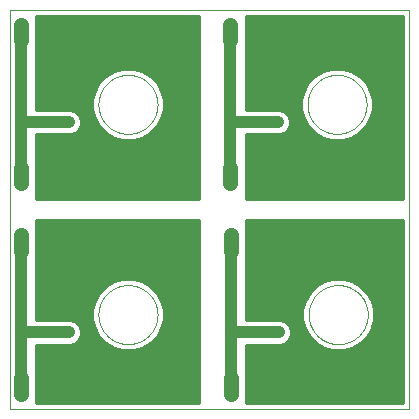
<source format=gbl>
G75*
%MOIN*%
%OFA0B0*%
%FSLAX25Y25*%
%IPPOS*%
%LPD*%
%AMOC8*
5,1,8,0,0,1.08239X$1,22.5*
%
%ADD10C,0.00000*%
%ADD11C,0.05150*%
%ADD12C,0.01000*%
%ADD13C,0.03562*%
%ADD14C,0.04000*%
D10*
X0001310Y0001539D02*
X0134381Y0001539D01*
X0134381Y0134610D01*
X0001310Y0134610D01*
X0001310Y0001539D01*
X0030798Y0032996D02*
X0030801Y0033238D01*
X0030810Y0033479D01*
X0030825Y0033720D01*
X0030845Y0033961D01*
X0030872Y0034201D01*
X0030905Y0034440D01*
X0030943Y0034679D01*
X0030987Y0034916D01*
X0031037Y0035153D01*
X0031093Y0035388D01*
X0031155Y0035621D01*
X0031222Y0035853D01*
X0031295Y0036084D01*
X0031373Y0036312D01*
X0031458Y0036538D01*
X0031547Y0036763D01*
X0031642Y0036985D01*
X0031743Y0037204D01*
X0031849Y0037422D01*
X0031960Y0037636D01*
X0032077Y0037848D01*
X0032198Y0038056D01*
X0032325Y0038262D01*
X0032457Y0038464D01*
X0032594Y0038664D01*
X0032735Y0038859D01*
X0032881Y0039052D01*
X0033032Y0039240D01*
X0033188Y0039425D01*
X0033348Y0039606D01*
X0033512Y0039783D01*
X0033681Y0039956D01*
X0033854Y0040125D01*
X0034031Y0040289D01*
X0034212Y0040449D01*
X0034397Y0040605D01*
X0034585Y0040756D01*
X0034778Y0040902D01*
X0034973Y0041043D01*
X0035173Y0041180D01*
X0035375Y0041312D01*
X0035581Y0041439D01*
X0035789Y0041560D01*
X0036001Y0041677D01*
X0036215Y0041788D01*
X0036433Y0041894D01*
X0036652Y0041995D01*
X0036874Y0042090D01*
X0037099Y0042179D01*
X0037325Y0042264D01*
X0037553Y0042342D01*
X0037784Y0042415D01*
X0038016Y0042482D01*
X0038249Y0042544D01*
X0038484Y0042600D01*
X0038721Y0042650D01*
X0038958Y0042694D01*
X0039197Y0042732D01*
X0039436Y0042765D01*
X0039676Y0042792D01*
X0039917Y0042812D01*
X0040158Y0042827D01*
X0040399Y0042836D01*
X0040641Y0042839D01*
X0040883Y0042836D01*
X0041124Y0042827D01*
X0041365Y0042812D01*
X0041606Y0042792D01*
X0041846Y0042765D01*
X0042085Y0042732D01*
X0042324Y0042694D01*
X0042561Y0042650D01*
X0042798Y0042600D01*
X0043033Y0042544D01*
X0043266Y0042482D01*
X0043498Y0042415D01*
X0043729Y0042342D01*
X0043957Y0042264D01*
X0044183Y0042179D01*
X0044408Y0042090D01*
X0044630Y0041995D01*
X0044849Y0041894D01*
X0045067Y0041788D01*
X0045281Y0041677D01*
X0045493Y0041560D01*
X0045701Y0041439D01*
X0045907Y0041312D01*
X0046109Y0041180D01*
X0046309Y0041043D01*
X0046504Y0040902D01*
X0046697Y0040756D01*
X0046885Y0040605D01*
X0047070Y0040449D01*
X0047251Y0040289D01*
X0047428Y0040125D01*
X0047601Y0039956D01*
X0047770Y0039783D01*
X0047934Y0039606D01*
X0048094Y0039425D01*
X0048250Y0039240D01*
X0048401Y0039052D01*
X0048547Y0038859D01*
X0048688Y0038664D01*
X0048825Y0038464D01*
X0048957Y0038262D01*
X0049084Y0038056D01*
X0049205Y0037848D01*
X0049322Y0037636D01*
X0049433Y0037422D01*
X0049539Y0037204D01*
X0049640Y0036985D01*
X0049735Y0036763D01*
X0049824Y0036538D01*
X0049909Y0036312D01*
X0049987Y0036084D01*
X0050060Y0035853D01*
X0050127Y0035621D01*
X0050189Y0035388D01*
X0050245Y0035153D01*
X0050295Y0034916D01*
X0050339Y0034679D01*
X0050377Y0034440D01*
X0050410Y0034201D01*
X0050437Y0033961D01*
X0050457Y0033720D01*
X0050472Y0033479D01*
X0050481Y0033238D01*
X0050484Y0032996D01*
X0050481Y0032754D01*
X0050472Y0032513D01*
X0050457Y0032272D01*
X0050437Y0032031D01*
X0050410Y0031791D01*
X0050377Y0031552D01*
X0050339Y0031313D01*
X0050295Y0031076D01*
X0050245Y0030839D01*
X0050189Y0030604D01*
X0050127Y0030371D01*
X0050060Y0030139D01*
X0049987Y0029908D01*
X0049909Y0029680D01*
X0049824Y0029454D01*
X0049735Y0029229D01*
X0049640Y0029007D01*
X0049539Y0028788D01*
X0049433Y0028570D01*
X0049322Y0028356D01*
X0049205Y0028144D01*
X0049084Y0027936D01*
X0048957Y0027730D01*
X0048825Y0027528D01*
X0048688Y0027328D01*
X0048547Y0027133D01*
X0048401Y0026940D01*
X0048250Y0026752D01*
X0048094Y0026567D01*
X0047934Y0026386D01*
X0047770Y0026209D01*
X0047601Y0026036D01*
X0047428Y0025867D01*
X0047251Y0025703D01*
X0047070Y0025543D01*
X0046885Y0025387D01*
X0046697Y0025236D01*
X0046504Y0025090D01*
X0046309Y0024949D01*
X0046109Y0024812D01*
X0045907Y0024680D01*
X0045701Y0024553D01*
X0045493Y0024432D01*
X0045281Y0024315D01*
X0045067Y0024204D01*
X0044849Y0024098D01*
X0044630Y0023997D01*
X0044408Y0023902D01*
X0044183Y0023813D01*
X0043957Y0023728D01*
X0043729Y0023650D01*
X0043498Y0023577D01*
X0043266Y0023510D01*
X0043033Y0023448D01*
X0042798Y0023392D01*
X0042561Y0023342D01*
X0042324Y0023298D01*
X0042085Y0023260D01*
X0041846Y0023227D01*
X0041606Y0023200D01*
X0041365Y0023180D01*
X0041124Y0023165D01*
X0040883Y0023156D01*
X0040641Y0023153D01*
X0040399Y0023156D01*
X0040158Y0023165D01*
X0039917Y0023180D01*
X0039676Y0023200D01*
X0039436Y0023227D01*
X0039197Y0023260D01*
X0038958Y0023298D01*
X0038721Y0023342D01*
X0038484Y0023392D01*
X0038249Y0023448D01*
X0038016Y0023510D01*
X0037784Y0023577D01*
X0037553Y0023650D01*
X0037325Y0023728D01*
X0037099Y0023813D01*
X0036874Y0023902D01*
X0036652Y0023997D01*
X0036433Y0024098D01*
X0036215Y0024204D01*
X0036001Y0024315D01*
X0035789Y0024432D01*
X0035581Y0024553D01*
X0035375Y0024680D01*
X0035173Y0024812D01*
X0034973Y0024949D01*
X0034778Y0025090D01*
X0034585Y0025236D01*
X0034397Y0025387D01*
X0034212Y0025543D01*
X0034031Y0025703D01*
X0033854Y0025867D01*
X0033681Y0026036D01*
X0033512Y0026209D01*
X0033348Y0026386D01*
X0033188Y0026567D01*
X0033032Y0026752D01*
X0032881Y0026940D01*
X0032735Y0027133D01*
X0032594Y0027328D01*
X0032457Y0027528D01*
X0032325Y0027730D01*
X0032198Y0027936D01*
X0032077Y0028144D01*
X0031960Y0028356D01*
X0031849Y0028570D01*
X0031743Y0028788D01*
X0031642Y0029007D01*
X0031547Y0029229D01*
X0031458Y0029454D01*
X0031373Y0029680D01*
X0031295Y0029908D01*
X0031222Y0030139D01*
X0031155Y0030371D01*
X0031093Y0030604D01*
X0031037Y0030839D01*
X0030987Y0031076D01*
X0030943Y0031313D01*
X0030905Y0031552D01*
X0030872Y0031791D01*
X0030845Y0032031D01*
X0030825Y0032272D01*
X0030810Y0032513D01*
X0030801Y0032754D01*
X0030798Y0032996D01*
X0030798Y0103075D02*
X0030801Y0103317D01*
X0030810Y0103558D01*
X0030825Y0103799D01*
X0030845Y0104040D01*
X0030872Y0104280D01*
X0030905Y0104519D01*
X0030943Y0104758D01*
X0030987Y0104995D01*
X0031037Y0105232D01*
X0031093Y0105467D01*
X0031155Y0105700D01*
X0031222Y0105932D01*
X0031295Y0106163D01*
X0031373Y0106391D01*
X0031458Y0106617D01*
X0031547Y0106842D01*
X0031642Y0107064D01*
X0031743Y0107283D01*
X0031849Y0107501D01*
X0031960Y0107715D01*
X0032077Y0107927D01*
X0032198Y0108135D01*
X0032325Y0108341D01*
X0032457Y0108543D01*
X0032594Y0108743D01*
X0032735Y0108938D01*
X0032881Y0109131D01*
X0033032Y0109319D01*
X0033188Y0109504D01*
X0033348Y0109685D01*
X0033512Y0109862D01*
X0033681Y0110035D01*
X0033854Y0110204D01*
X0034031Y0110368D01*
X0034212Y0110528D01*
X0034397Y0110684D01*
X0034585Y0110835D01*
X0034778Y0110981D01*
X0034973Y0111122D01*
X0035173Y0111259D01*
X0035375Y0111391D01*
X0035581Y0111518D01*
X0035789Y0111639D01*
X0036001Y0111756D01*
X0036215Y0111867D01*
X0036433Y0111973D01*
X0036652Y0112074D01*
X0036874Y0112169D01*
X0037099Y0112258D01*
X0037325Y0112343D01*
X0037553Y0112421D01*
X0037784Y0112494D01*
X0038016Y0112561D01*
X0038249Y0112623D01*
X0038484Y0112679D01*
X0038721Y0112729D01*
X0038958Y0112773D01*
X0039197Y0112811D01*
X0039436Y0112844D01*
X0039676Y0112871D01*
X0039917Y0112891D01*
X0040158Y0112906D01*
X0040399Y0112915D01*
X0040641Y0112918D01*
X0040883Y0112915D01*
X0041124Y0112906D01*
X0041365Y0112891D01*
X0041606Y0112871D01*
X0041846Y0112844D01*
X0042085Y0112811D01*
X0042324Y0112773D01*
X0042561Y0112729D01*
X0042798Y0112679D01*
X0043033Y0112623D01*
X0043266Y0112561D01*
X0043498Y0112494D01*
X0043729Y0112421D01*
X0043957Y0112343D01*
X0044183Y0112258D01*
X0044408Y0112169D01*
X0044630Y0112074D01*
X0044849Y0111973D01*
X0045067Y0111867D01*
X0045281Y0111756D01*
X0045493Y0111639D01*
X0045701Y0111518D01*
X0045907Y0111391D01*
X0046109Y0111259D01*
X0046309Y0111122D01*
X0046504Y0110981D01*
X0046697Y0110835D01*
X0046885Y0110684D01*
X0047070Y0110528D01*
X0047251Y0110368D01*
X0047428Y0110204D01*
X0047601Y0110035D01*
X0047770Y0109862D01*
X0047934Y0109685D01*
X0048094Y0109504D01*
X0048250Y0109319D01*
X0048401Y0109131D01*
X0048547Y0108938D01*
X0048688Y0108743D01*
X0048825Y0108543D01*
X0048957Y0108341D01*
X0049084Y0108135D01*
X0049205Y0107927D01*
X0049322Y0107715D01*
X0049433Y0107501D01*
X0049539Y0107283D01*
X0049640Y0107064D01*
X0049735Y0106842D01*
X0049824Y0106617D01*
X0049909Y0106391D01*
X0049987Y0106163D01*
X0050060Y0105932D01*
X0050127Y0105700D01*
X0050189Y0105467D01*
X0050245Y0105232D01*
X0050295Y0104995D01*
X0050339Y0104758D01*
X0050377Y0104519D01*
X0050410Y0104280D01*
X0050437Y0104040D01*
X0050457Y0103799D01*
X0050472Y0103558D01*
X0050481Y0103317D01*
X0050484Y0103075D01*
X0050481Y0102833D01*
X0050472Y0102592D01*
X0050457Y0102351D01*
X0050437Y0102110D01*
X0050410Y0101870D01*
X0050377Y0101631D01*
X0050339Y0101392D01*
X0050295Y0101155D01*
X0050245Y0100918D01*
X0050189Y0100683D01*
X0050127Y0100450D01*
X0050060Y0100218D01*
X0049987Y0099987D01*
X0049909Y0099759D01*
X0049824Y0099533D01*
X0049735Y0099308D01*
X0049640Y0099086D01*
X0049539Y0098867D01*
X0049433Y0098649D01*
X0049322Y0098435D01*
X0049205Y0098223D01*
X0049084Y0098015D01*
X0048957Y0097809D01*
X0048825Y0097607D01*
X0048688Y0097407D01*
X0048547Y0097212D01*
X0048401Y0097019D01*
X0048250Y0096831D01*
X0048094Y0096646D01*
X0047934Y0096465D01*
X0047770Y0096288D01*
X0047601Y0096115D01*
X0047428Y0095946D01*
X0047251Y0095782D01*
X0047070Y0095622D01*
X0046885Y0095466D01*
X0046697Y0095315D01*
X0046504Y0095169D01*
X0046309Y0095028D01*
X0046109Y0094891D01*
X0045907Y0094759D01*
X0045701Y0094632D01*
X0045493Y0094511D01*
X0045281Y0094394D01*
X0045067Y0094283D01*
X0044849Y0094177D01*
X0044630Y0094076D01*
X0044408Y0093981D01*
X0044183Y0093892D01*
X0043957Y0093807D01*
X0043729Y0093729D01*
X0043498Y0093656D01*
X0043266Y0093589D01*
X0043033Y0093527D01*
X0042798Y0093471D01*
X0042561Y0093421D01*
X0042324Y0093377D01*
X0042085Y0093339D01*
X0041846Y0093306D01*
X0041606Y0093279D01*
X0041365Y0093259D01*
X0041124Y0093244D01*
X0040883Y0093235D01*
X0040641Y0093232D01*
X0040399Y0093235D01*
X0040158Y0093244D01*
X0039917Y0093259D01*
X0039676Y0093279D01*
X0039436Y0093306D01*
X0039197Y0093339D01*
X0038958Y0093377D01*
X0038721Y0093421D01*
X0038484Y0093471D01*
X0038249Y0093527D01*
X0038016Y0093589D01*
X0037784Y0093656D01*
X0037553Y0093729D01*
X0037325Y0093807D01*
X0037099Y0093892D01*
X0036874Y0093981D01*
X0036652Y0094076D01*
X0036433Y0094177D01*
X0036215Y0094283D01*
X0036001Y0094394D01*
X0035789Y0094511D01*
X0035581Y0094632D01*
X0035375Y0094759D01*
X0035173Y0094891D01*
X0034973Y0095028D01*
X0034778Y0095169D01*
X0034585Y0095315D01*
X0034397Y0095466D01*
X0034212Y0095622D01*
X0034031Y0095782D01*
X0033854Y0095946D01*
X0033681Y0096115D01*
X0033512Y0096288D01*
X0033348Y0096465D01*
X0033188Y0096646D01*
X0033032Y0096831D01*
X0032881Y0097019D01*
X0032735Y0097212D01*
X0032594Y0097407D01*
X0032457Y0097607D01*
X0032325Y0097809D01*
X0032198Y0098015D01*
X0032077Y0098223D01*
X0031960Y0098435D01*
X0031849Y0098649D01*
X0031743Y0098867D01*
X0031642Y0099086D01*
X0031547Y0099308D01*
X0031458Y0099533D01*
X0031373Y0099759D01*
X0031295Y0099987D01*
X0031222Y0100218D01*
X0031155Y0100450D01*
X0031093Y0100683D01*
X0031037Y0100918D01*
X0030987Y0101155D01*
X0030943Y0101392D01*
X0030905Y0101631D01*
X0030872Y0101870D01*
X0030845Y0102110D01*
X0030825Y0102351D01*
X0030810Y0102592D01*
X0030801Y0102833D01*
X0030798Y0103075D01*
X0100483Y0103075D02*
X0100486Y0103317D01*
X0100495Y0103558D01*
X0100510Y0103799D01*
X0100530Y0104040D01*
X0100557Y0104280D01*
X0100590Y0104519D01*
X0100628Y0104758D01*
X0100672Y0104995D01*
X0100722Y0105232D01*
X0100778Y0105467D01*
X0100840Y0105700D01*
X0100907Y0105932D01*
X0100980Y0106163D01*
X0101058Y0106391D01*
X0101143Y0106617D01*
X0101232Y0106842D01*
X0101327Y0107064D01*
X0101428Y0107283D01*
X0101534Y0107501D01*
X0101645Y0107715D01*
X0101762Y0107927D01*
X0101883Y0108135D01*
X0102010Y0108341D01*
X0102142Y0108543D01*
X0102279Y0108743D01*
X0102420Y0108938D01*
X0102566Y0109131D01*
X0102717Y0109319D01*
X0102873Y0109504D01*
X0103033Y0109685D01*
X0103197Y0109862D01*
X0103366Y0110035D01*
X0103539Y0110204D01*
X0103716Y0110368D01*
X0103897Y0110528D01*
X0104082Y0110684D01*
X0104270Y0110835D01*
X0104463Y0110981D01*
X0104658Y0111122D01*
X0104858Y0111259D01*
X0105060Y0111391D01*
X0105266Y0111518D01*
X0105474Y0111639D01*
X0105686Y0111756D01*
X0105900Y0111867D01*
X0106118Y0111973D01*
X0106337Y0112074D01*
X0106559Y0112169D01*
X0106784Y0112258D01*
X0107010Y0112343D01*
X0107238Y0112421D01*
X0107469Y0112494D01*
X0107701Y0112561D01*
X0107934Y0112623D01*
X0108169Y0112679D01*
X0108406Y0112729D01*
X0108643Y0112773D01*
X0108882Y0112811D01*
X0109121Y0112844D01*
X0109361Y0112871D01*
X0109602Y0112891D01*
X0109843Y0112906D01*
X0110084Y0112915D01*
X0110326Y0112918D01*
X0110568Y0112915D01*
X0110809Y0112906D01*
X0111050Y0112891D01*
X0111291Y0112871D01*
X0111531Y0112844D01*
X0111770Y0112811D01*
X0112009Y0112773D01*
X0112246Y0112729D01*
X0112483Y0112679D01*
X0112718Y0112623D01*
X0112951Y0112561D01*
X0113183Y0112494D01*
X0113414Y0112421D01*
X0113642Y0112343D01*
X0113868Y0112258D01*
X0114093Y0112169D01*
X0114315Y0112074D01*
X0114534Y0111973D01*
X0114752Y0111867D01*
X0114966Y0111756D01*
X0115178Y0111639D01*
X0115386Y0111518D01*
X0115592Y0111391D01*
X0115794Y0111259D01*
X0115994Y0111122D01*
X0116189Y0110981D01*
X0116382Y0110835D01*
X0116570Y0110684D01*
X0116755Y0110528D01*
X0116936Y0110368D01*
X0117113Y0110204D01*
X0117286Y0110035D01*
X0117455Y0109862D01*
X0117619Y0109685D01*
X0117779Y0109504D01*
X0117935Y0109319D01*
X0118086Y0109131D01*
X0118232Y0108938D01*
X0118373Y0108743D01*
X0118510Y0108543D01*
X0118642Y0108341D01*
X0118769Y0108135D01*
X0118890Y0107927D01*
X0119007Y0107715D01*
X0119118Y0107501D01*
X0119224Y0107283D01*
X0119325Y0107064D01*
X0119420Y0106842D01*
X0119509Y0106617D01*
X0119594Y0106391D01*
X0119672Y0106163D01*
X0119745Y0105932D01*
X0119812Y0105700D01*
X0119874Y0105467D01*
X0119930Y0105232D01*
X0119980Y0104995D01*
X0120024Y0104758D01*
X0120062Y0104519D01*
X0120095Y0104280D01*
X0120122Y0104040D01*
X0120142Y0103799D01*
X0120157Y0103558D01*
X0120166Y0103317D01*
X0120169Y0103075D01*
X0120166Y0102833D01*
X0120157Y0102592D01*
X0120142Y0102351D01*
X0120122Y0102110D01*
X0120095Y0101870D01*
X0120062Y0101631D01*
X0120024Y0101392D01*
X0119980Y0101155D01*
X0119930Y0100918D01*
X0119874Y0100683D01*
X0119812Y0100450D01*
X0119745Y0100218D01*
X0119672Y0099987D01*
X0119594Y0099759D01*
X0119509Y0099533D01*
X0119420Y0099308D01*
X0119325Y0099086D01*
X0119224Y0098867D01*
X0119118Y0098649D01*
X0119007Y0098435D01*
X0118890Y0098223D01*
X0118769Y0098015D01*
X0118642Y0097809D01*
X0118510Y0097607D01*
X0118373Y0097407D01*
X0118232Y0097212D01*
X0118086Y0097019D01*
X0117935Y0096831D01*
X0117779Y0096646D01*
X0117619Y0096465D01*
X0117455Y0096288D01*
X0117286Y0096115D01*
X0117113Y0095946D01*
X0116936Y0095782D01*
X0116755Y0095622D01*
X0116570Y0095466D01*
X0116382Y0095315D01*
X0116189Y0095169D01*
X0115994Y0095028D01*
X0115794Y0094891D01*
X0115592Y0094759D01*
X0115386Y0094632D01*
X0115178Y0094511D01*
X0114966Y0094394D01*
X0114752Y0094283D01*
X0114534Y0094177D01*
X0114315Y0094076D01*
X0114093Y0093981D01*
X0113868Y0093892D01*
X0113642Y0093807D01*
X0113414Y0093729D01*
X0113183Y0093656D01*
X0112951Y0093589D01*
X0112718Y0093527D01*
X0112483Y0093471D01*
X0112246Y0093421D01*
X0112009Y0093377D01*
X0111770Y0093339D01*
X0111531Y0093306D01*
X0111291Y0093279D01*
X0111050Y0093259D01*
X0110809Y0093244D01*
X0110568Y0093235D01*
X0110326Y0093232D01*
X0110084Y0093235D01*
X0109843Y0093244D01*
X0109602Y0093259D01*
X0109361Y0093279D01*
X0109121Y0093306D01*
X0108882Y0093339D01*
X0108643Y0093377D01*
X0108406Y0093421D01*
X0108169Y0093471D01*
X0107934Y0093527D01*
X0107701Y0093589D01*
X0107469Y0093656D01*
X0107238Y0093729D01*
X0107010Y0093807D01*
X0106784Y0093892D01*
X0106559Y0093981D01*
X0106337Y0094076D01*
X0106118Y0094177D01*
X0105900Y0094283D01*
X0105686Y0094394D01*
X0105474Y0094511D01*
X0105266Y0094632D01*
X0105060Y0094759D01*
X0104858Y0094891D01*
X0104658Y0095028D01*
X0104463Y0095169D01*
X0104270Y0095315D01*
X0104082Y0095466D01*
X0103897Y0095622D01*
X0103716Y0095782D01*
X0103539Y0095946D01*
X0103366Y0096115D01*
X0103197Y0096288D01*
X0103033Y0096465D01*
X0102873Y0096646D01*
X0102717Y0096831D01*
X0102566Y0097019D01*
X0102420Y0097212D01*
X0102279Y0097407D01*
X0102142Y0097607D01*
X0102010Y0097809D01*
X0101883Y0098015D01*
X0101762Y0098223D01*
X0101645Y0098435D01*
X0101534Y0098649D01*
X0101428Y0098867D01*
X0101327Y0099086D01*
X0101232Y0099308D01*
X0101143Y0099533D01*
X0101058Y0099759D01*
X0100980Y0099987D01*
X0100907Y0100218D01*
X0100840Y0100450D01*
X0100778Y0100683D01*
X0100722Y0100918D01*
X0100672Y0101155D01*
X0100628Y0101392D01*
X0100590Y0101631D01*
X0100557Y0101870D01*
X0100530Y0102110D01*
X0100510Y0102351D01*
X0100495Y0102592D01*
X0100486Y0102833D01*
X0100483Y0103075D01*
X0100876Y0032996D02*
X0100879Y0033238D01*
X0100888Y0033479D01*
X0100903Y0033720D01*
X0100923Y0033961D01*
X0100950Y0034201D01*
X0100983Y0034440D01*
X0101021Y0034679D01*
X0101065Y0034916D01*
X0101115Y0035153D01*
X0101171Y0035388D01*
X0101233Y0035621D01*
X0101300Y0035853D01*
X0101373Y0036084D01*
X0101451Y0036312D01*
X0101536Y0036538D01*
X0101625Y0036763D01*
X0101720Y0036985D01*
X0101821Y0037204D01*
X0101927Y0037422D01*
X0102038Y0037636D01*
X0102155Y0037848D01*
X0102276Y0038056D01*
X0102403Y0038262D01*
X0102535Y0038464D01*
X0102672Y0038664D01*
X0102813Y0038859D01*
X0102959Y0039052D01*
X0103110Y0039240D01*
X0103266Y0039425D01*
X0103426Y0039606D01*
X0103590Y0039783D01*
X0103759Y0039956D01*
X0103932Y0040125D01*
X0104109Y0040289D01*
X0104290Y0040449D01*
X0104475Y0040605D01*
X0104663Y0040756D01*
X0104856Y0040902D01*
X0105051Y0041043D01*
X0105251Y0041180D01*
X0105453Y0041312D01*
X0105659Y0041439D01*
X0105867Y0041560D01*
X0106079Y0041677D01*
X0106293Y0041788D01*
X0106511Y0041894D01*
X0106730Y0041995D01*
X0106952Y0042090D01*
X0107177Y0042179D01*
X0107403Y0042264D01*
X0107631Y0042342D01*
X0107862Y0042415D01*
X0108094Y0042482D01*
X0108327Y0042544D01*
X0108562Y0042600D01*
X0108799Y0042650D01*
X0109036Y0042694D01*
X0109275Y0042732D01*
X0109514Y0042765D01*
X0109754Y0042792D01*
X0109995Y0042812D01*
X0110236Y0042827D01*
X0110477Y0042836D01*
X0110719Y0042839D01*
X0110961Y0042836D01*
X0111202Y0042827D01*
X0111443Y0042812D01*
X0111684Y0042792D01*
X0111924Y0042765D01*
X0112163Y0042732D01*
X0112402Y0042694D01*
X0112639Y0042650D01*
X0112876Y0042600D01*
X0113111Y0042544D01*
X0113344Y0042482D01*
X0113576Y0042415D01*
X0113807Y0042342D01*
X0114035Y0042264D01*
X0114261Y0042179D01*
X0114486Y0042090D01*
X0114708Y0041995D01*
X0114927Y0041894D01*
X0115145Y0041788D01*
X0115359Y0041677D01*
X0115571Y0041560D01*
X0115779Y0041439D01*
X0115985Y0041312D01*
X0116187Y0041180D01*
X0116387Y0041043D01*
X0116582Y0040902D01*
X0116775Y0040756D01*
X0116963Y0040605D01*
X0117148Y0040449D01*
X0117329Y0040289D01*
X0117506Y0040125D01*
X0117679Y0039956D01*
X0117848Y0039783D01*
X0118012Y0039606D01*
X0118172Y0039425D01*
X0118328Y0039240D01*
X0118479Y0039052D01*
X0118625Y0038859D01*
X0118766Y0038664D01*
X0118903Y0038464D01*
X0119035Y0038262D01*
X0119162Y0038056D01*
X0119283Y0037848D01*
X0119400Y0037636D01*
X0119511Y0037422D01*
X0119617Y0037204D01*
X0119718Y0036985D01*
X0119813Y0036763D01*
X0119902Y0036538D01*
X0119987Y0036312D01*
X0120065Y0036084D01*
X0120138Y0035853D01*
X0120205Y0035621D01*
X0120267Y0035388D01*
X0120323Y0035153D01*
X0120373Y0034916D01*
X0120417Y0034679D01*
X0120455Y0034440D01*
X0120488Y0034201D01*
X0120515Y0033961D01*
X0120535Y0033720D01*
X0120550Y0033479D01*
X0120559Y0033238D01*
X0120562Y0032996D01*
X0120559Y0032754D01*
X0120550Y0032513D01*
X0120535Y0032272D01*
X0120515Y0032031D01*
X0120488Y0031791D01*
X0120455Y0031552D01*
X0120417Y0031313D01*
X0120373Y0031076D01*
X0120323Y0030839D01*
X0120267Y0030604D01*
X0120205Y0030371D01*
X0120138Y0030139D01*
X0120065Y0029908D01*
X0119987Y0029680D01*
X0119902Y0029454D01*
X0119813Y0029229D01*
X0119718Y0029007D01*
X0119617Y0028788D01*
X0119511Y0028570D01*
X0119400Y0028356D01*
X0119283Y0028144D01*
X0119162Y0027936D01*
X0119035Y0027730D01*
X0118903Y0027528D01*
X0118766Y0027328D01*
X0118625Y0027133D01*
X0118479Y0026940D01*
X0118328Y0026752D01*
X0118172Y0026567D01*
X0118012Y0026386D01*
X0117848Y0026209D01*
X0117679Y0026036D01*
X0117506Y0025867D01*
X0117329Y0025703D01*
X0117148Y0025543D01*
X0116963Y0025387D01*
X0116775Y0025236D01*
X0116582Y0025090D01*
X0116387Y0024949D01*
X0116187Y0024812D01*
X0115985Y0024680D01*
X0115779Y0024553D01*
X0115571Y0024432D01*
X0115359Y0024315D01*
X0115145Y0024204D01*
X0114927Y0024098D01*
X0114708Y0023997D01*
X0114486Y0023902D01*
X0114261Y0023813D01*
X0114035Y0023728D01*
X0113807Y0023650D01*
X0113576Y0023577D01*
X0113344Y0023510D01*
X0113111Y0023448D01*
X0112876Y0023392D01*
X0112639Y0023342D01*
X0112402Y0023298D01*
X0112163Y0023260D01*
X0111924Y0023227D01*
X0111684Y0023200D01*
X0111443Y0023180D01*
X0111202Y0023165D01*
X0110961Y0023156D01*
X0110719Y0023153D01*
X0110477Y0023156D01*
X0110236Y0023165D01*
X0109995Y0023180D01*
X0109754Y0023200D01*
X0109514Y0023227D01*
X0109275Y0023260D01*
X0109036Y0023298D01*
X0108799Y0023342D01*
X0108562Y0023392D01*
X0108327Y0023448D01*
X0108094Y0023510D01*
X0107862Y0023577D01*
X0107631Y0023650D01*
X0107403Y0023728D01*
X0107177Y0023813D01*
X0106952Y0023902D01*
X0106730Y0023997D01*
X0106511Y0024098D01*
X0106293Y0024204D01*
X0106079Y0024315D01*
X0105867Y0024432D01*
X0105659Y0024553D01*
X0105453Y0024680D01*
X0105251Y0024812D01*
X0105051Y0024949D01*
X0104856Y0025090D01*
X0104663Y0025236D01*
X0104475Y0025387D01*
X0104290Y0025543D01*
X0104109Y0025703D01*
X0103932Y0025867D01*
X0103759Y0026036D01*
X0103590Y0026209D01*
X0103426Y0026386D01*
X0103266Y0026567D01*
X0103110Y0026752D01*
X0102959Y0026940D01*
X0102813Y0027133D01*
X0102672Y0027328D01*
X0102535Y0027528D01*
X0102403Y0027730D01*
X0102276Y0027936D01*
X0102155Y0028144D01*
X0102038Y0028356D01*
X0101927Y0028570D01*
X0101821Y0028788D01*
X0101720Y0029007D01*
X0101625Y0029229D01*
X0101536Y0029454D01*
X0101451Y0029680D01*
X0101373Y0029908D01*
X0101300Y0030139D01*
X0101233Y0030371D01*
X0101171Y0030604D01*
X0101115Y0030839D01*
X0101065Y0031076D01*
X0101021Y0031313D01*
X0100983Y0031552D01*
X0100950Y0031791D01*
X0100923Y0032031D01*
X0100903Y0032272D01*
X0100888Y0032513D01*
X0100879Y0032754D01*
X0100876Y0032996D01*
D11*
X0075129Y0011791D02*
X0075129Y0006642D01*
X0075129Y0054358D02*
X0075129Y0059508D01*
X0074735Y0076720D02*
X0074735Y0081870D01*
X0074735Y0124437D02*
X0074735Y0129587D01*
X0005050Y0129587D02*
X0005050Y0124437D01*
X0005050Y0081870D02*
X0005050Y0076720D01*
X0005050Y0059508D02*
X0005050Y0054358D01*
X0005050Y0011791D02*
X0005050Y0006642D01*
D12*
X0009971Y0006532D02*
X0064263Y0006532D01*
X0064263Y0007530D02*
X0009971Y0007530D01*
X0009971Y0008529D02*
X0064263Y0008529D01*
X0064263Y0009527D02*
X0009971Y0009527D01*
X0009971Y0010526D02*
X0064263Y0010526D01*
X0064263Y0011524D02*
X0009971Y0011524D01*
X0009971Y0012523D02*
X0064263Y0012523D01*
X0064263Y0013522D02*
X0009971Y0013522D01*
X0009971Y0014520D02*
X0064263Y0014520D01*
X0064263Y0015519D02*
X0009971Y0015519D01*
X0009971Y0016517D02*
X0064263Y0016517D01*
X0064263Y0017516D02*
X0009971Y0017516D01*
X0009971Y0018514D02*
X0064263Y0018514D01*
X0064263Y0019513D02*
X0009971Y0019513D01*
X0009971Y0020511D02*
X0064263Y0020511D01*
X0064263Y0021510D02*
X0043915Y0021510D01*
X0045250Y0021867D02*
X0047973Y0023440D01*
X0050197Y0025663D01*
X0051769Y0028386D01*
X0052583Y0031424D01*
X0052583Y0034568D01*
X0051769Y0037606D01*
X0050197Y0040329D01*
X0047973Y0042552D01*
X0045250Y0044125D01*
X0042213Y0044939D01*
X0039068Y0044939D01*
X0036031Y0044125D01*
X0033308Y0042552D01*
X0031084Y0040329D01*
X0029512Y0037606D01*
X0028698Y0034568D01*
X0028698Y0031424D01*
X0029512Y0028386D01*
X0031084Y0025663D01*
X0033308Y0023440D01*
X0036031Y0021867D01*
X0039068Y0021054D01*
X0042213Y0021054D01*
X0045250Y0021867D01*
X0046360Y0022508D02*
X0064263Y0022508D01*
X0064263Y0023507D02*
X0048040Y0023507D01*
X0049039Y0024505D02*
X0064263Y0024505D01*
X0064263Y0025504D02*
X0050037Y0025504D01*
X0050681Y0026502D02*
X0064263Y0026502D01*
X0064263Y0027501D02*
X0051258Y0027501D01*
X0051799Y0028499D02*
X0064263Y0028499D01*
X0064263Y0029498D02*
X0052067Y0029498D01*
X0052334Y0030496D02*
X0064263Y0030496D01*
X0064263Y0031495D02*
X0052583Y0031495D01*
X0052583Y0032493D02*
X0064263Y0032493D01*
X0064263Y0033492D02*
X0052583Y0033492D01*
X0052583Y0034490D02*
X0064263Y0034490D01*
X0064263Y0035489D02*
X0052336Y0035489D01*
X0052069Y0036487D02*
X0064263Y0036487D01*
X0064263Y0037486D02*
X0051801Y0037486D01*
X0051262Y0038484D02*
X0064263Y0038484D01*
X0064263Y0039483D02*
X0050685Y0039483D01*
X0050045Y0040481D02*
X0064263Y0040481D01*
X0064263Y0041480D02*
X0049046Y0041480D01*
X0048048Y0042478D02*
X0064263Y0042478D01*
X0064263Y0043477D02*
X0046372Y0043477D01*
X0043942Y0044475D02*
X0064263Y0044475D01*
X0064263Y0045474D02*
X0009971Y0045474D01*
X0009971Y0046472D02*
X0064263Y0046472D01*
X0064263Y0047471D02*
X0009971Y0047471D01*
X0009971Y0048469D02*
X0064263Y0048469D01*
X0064263Y0049468D02*
X0009971Y0049468D01*
X0009971Y0050466D02*
X0064263Y0050466D01*
X0064263Y0051465D02*
X0009971Y0051465D01*
X0009971Y0052463D02*
X0064263Y0052463D01*
X0064263Y0053462D02*
X0009971Y0053462D01*
X0009971Y0054460D02*
X0064263Y0054460D01*
X0064263Y0055459D02*
X0009971Y0055459D01*
X0009971Y0056457D02*
X0064263Y0056457D01*
X0064263Y0057456D02*
X0009971Y0057456D01*
X0009971Y0058455D02*
X0064263Y0058455D01*
X0064263Y0059453D02*
X0009971Y0059453D01*
X0009971Y0060452D02*
X0064263Y0060452D01*
X0064263Y0061450D02*
X0009971Y0061450D01*
X0009971Y0062449D02*
X0064263Y0062449D01*
X0064263Y0063447D02*
X0009971Y0063447D01*
X0009971Y0064446D02*
X0064263Y0064446D01*
X0064263Y0064492D02*
X0064263Y0003639D01*
X0009971Y0003639D01*
X0009971Y0022991D01*
X0021653Y0022991D01*
X0023160Y0023615D01*
X0024313Y0024768D01*
X0024937Y0026275D01*
X0024937Y0027906D01*
X0024313Y0029413D01*
X0023160Y0030566D01*
X0021653Y0031191D01*
X0009971Y0031191D01*
X0009971Y0064492D01*
X0064263Y0064492D01*
X0064263Y0071579D02*
X0064263Y0132510D01*
X0009971Y0132510D01*
X0009971Y0101269D01*
X0021653Y0101269D01*
X0023160Y0100645D01*
X0024313Y0099492D01*
X0024937Y0097985D01*
X0024937Y0096354D01*
X0024313Y0094847D01*
X0023160Y0093693D01*
X0021653Y0093069D01*
X0009971Y0093069D01*
X0009971Y0071579D01*
X0064263Y0071579D01*
X0064263Y0072434D02*
X0009971Y0072434D01*
X0009971Y0073432D02*
X0064263Y0073432D01*
X0064263Y0074431D02*
X0009971Y0074431D01*
X0009971Y0075429D02*
X0064263Y0075429D01*
X0064263Y0076428D02*
X0009971Y0076428D01*
X0009971Y0077426D02*
X0064263Y0077426D01*
X0064263Y0078425D02*
X0009971Y0078425D01*
X0009971Y0079423D02*
X0064263Y0079423D01*
X0064263Y0080422D02*
X0009971Y0080422D01*
X0009971Y0081420D02*
X0064263Y0081420D01*
X0064263Y0082419D02*
X0009971Y0082419D01*
X0009971Y0083417D02*
X0064263Y0083417D01*
X0064263Y0084416D02*
X0009971Y0084416D01*
X0009971Y0085414D02*
X0064263Y0085414D01*
X0064263Y0086413D02*
X0009971Y0086413D01*
X0009971Y0087411D02*
X0064263Y0087411D01*
X0064263Y0088410D02*
X0009971Y0088410D01*
X0009971Y0089408D02*
X0064263Y0089408D01*
X0064263Y0090407D02*
X0009971Y0090407D01*
X0009971Y0091405D02*
X0038049Y0091405D01*
X0039068Y0091132D02*
X0042213Y0091132D01*
X0045250Y0091946D01*
X0047973Y0093518D01*
X0050197Y0095742D01*
X0051769Y0098465D01*
X0052583Y0101503D01*
X0052583Y0104647D01*
X0051769Y0107684D01*
X0050197Y0110408D01*
X0047973Y0112631D01*
X0045250Y0114203D01*
X0042213Y0115017D01*
X0039068Y0115017D01*
X0036031Y0114203D01*
X0033308Y0112631D01*
X0031084Y0110408D01*
X0029512Y0107684D01*
X0028698Y0104647D01*
X0028698Y0101503D01*
X0029512Y0098465D01*
X0031084Y0095742D01*
X0033308Y0093518D01*
X0036031Y0091946D01*
X0039068Y0091132D01*
X0035238Y0092404D02*
X0009971Y0092404D01*
X0009971Y0101391D02*
X0028728Y0101391D01*
X0028698Y0102389D02*
X0009971Y0102389D01*
X0009971Y0103388D02*
X0028698Y0103388D01*
X0028698Y0104386D02*
X0009971Y0104386D01*
X0009971Y0105385D02*
X0028896Y0105385D01*
X0029163Y0106383D02*
X0009971Y0106383D01*
X0009971Y0107382D02*
X0029431Y0107382D01*
X0029914Y0108380D02*
X0009971Y0108380D01*
X0009971Y0109379D02*
X0030490Y0109379D01*
X0031067Y0110377D02*
X0009971Y0110377D01*
X0009971Y0111376D02*
X0032052Y0111376D01*
X0033051Y0112374D02*
X0009971Y0112374D01*
X0009971Y0113373D02*
X0034592Y0113373D01*
X0036657Y0114371D02*
X0009971Y0114371D01*
X0009971Y0115370D02*
X0064263Y0115370D01*
X0064263Y0116368D02*
X0009971Y0116368D01*
X0009971Y0117367D02*
X0064263Y0117367D01*
X0064263Y0118365D02*
X0009971Y0118365D01*
X0009971Y0119364D02*
X0064263Y0119364D01*
X0064263Y0120362D02*
X0009971Y0120362D01*
X0009971Y0121361D02*
X0064263Y0121361D01*
X0064263Y0122359D02*
X0009971Y0122359D01*
X0009971Y0123358D02*
X0064263Y0123358D01*
X0064263Y0124356D02*
X0009971Y0124356D01*
X0009971Y0125355D02*
X0064263Y0125355D01*
X0064263Y0126353D02*
X0009971Y0126353D01*
X0009971Y0127352D02*
X0064263Y0127352D01*
X0064263Y0128350D02*
X0009971Y0128350D01*
X0009971Y0129349D02*
X0064263Y0129349D01*
X0064263Y0130347D02*
X0009971Y0130347D01*
X0009971Y0131346D02*
X0064263Y0131346D01*
X0064263Y0132344D02*
X0009971Y0132344D01*
X0023413Y0100392D02*
X0028996Y0100392D01*
X0029263Y0099393D02*
X0024354Y0099393D01*
X0024768Y0098395D02*
X0029552Y0098395D01*
X0030129Y0097396D02*
X0024937Y0097396D01*
X0024937Y0096398D02*
X0030705Y0096398D01*
X0031427Y0095399D02*
X0024542Y0095399D01*
X0023867Y0094401D02*
X0032425Y0094401D01*
X0033509Y0093402D02*
X0022457Y0093402D01*
X0043232Y0091405D02*
X0064263Y0091405D01*
X0064263Y0092404D02*
X0046043Y0092404D01*
X0047773Y0093402D02*
X0064263Y0093402D01*
X0064263Y0094401D02*
X0048856Y0094401D01*
X0049854Y0095399D02*
X0064263Y0095399D01*
X0064263Y0096398D02*
X0050576Y0096398D01*
X0051152Y0097396D02*
X0064263Y0097396D01*
X0064263Y0098395D02*
X0051729Y0098395D01*
X0052018Y0099393D02*
X0064263Y0099393D01*
X0064263Y0100392D02*
X0052285Y0100392D01*
X0052553Y0101391D02*
X0064263Y0101391D01*
X0064263Y0102389D02*
X0052583Y0102389D01*
X0052583Y0103388D02*
X0064263Y0103388D01*
X0064263Y0104386D02*
X0052583Y0104386D01*
X0052385Y0105385D02*
X0064263Y0105385D01*
X0064263Y0106383D02*
X0052118Y0106383D01*
X0051850Y0107382D02*
X0064263Y0107382D01*
X0064263Y0108380D02*
X0051368Y0108380D01*
X0050791Y0109379D02*
X0064263Y0109379D01*
X0064263Y0110377D02*
X0050215Y0110377D01*
X0049229Y0111376D02*
X0064263Y0111376D01*
X0064263Y0112374D02*
X0048230Y0112374D01*
X0046689Y0113373D02*
X0064263Y0113373D01*
X0064263Y0114371D02*
X0044624Y0114371D01*
X0080050Y0114371D02*
X0106342Y0114371D01*
X0105716Y0114203D02*
X0102993Y0112631D01*
X0100769Y0110408D01*
X0099197Y0107684D01*
X0098383Y0104647D01*
X0098383Y0101503D01*
X0099197Y0098465D01*
X0100769Y0095742D01*
X0102993Y0093518D01*
X0105716Y0091946D01*
X0108753Y0091132D01*
X0111898Y0091132D01*
X0114935Y0091946D01*
X0117658Y0093518D01*
X0119882Y0095742D01*
X0121454Y0098465D01*
X0122268Y0101503D01*
X0122268Y0104647D01*
X0121454Y0107684D01*
X0119882Y0110408D01*
X0117658Y0112631D01*
X0114935Y0114203D01*
X0111898Y0115017D01*
X0108753Y0115017D01*
X0105716Y0114203D01*
X0104277Y0113373D02*
X0080050Y0113373D01*
X0080050Y0112374D02*
X0102736Y0112374D01*
X0101737Y0111376D02*
X0080050Y0111376D01*
X0080050Y0110377D02*
X0100752Y0110377D01*
X0100175Y0109379D02*
X0080050Y0109379D01*
X0080050Y0108380D02*
X0099599Y0108380D01*
X0099116Y0107382D02*
X0080050Y0107382D01*
X0080050Y0106383D02*
X0098848Y0106383D01*
X0098581Y0105385D02*
X0080050Y0105385D01*
X0080050Y0104386D02*
X0098383Y0104386D01*
X0098383Y0103388D02*
X0080050Y0103388D01*
X0080050Y0102389D02*
X0098383Y0102389D01*
X0098413Y0101391D02*
X0080050Y0101391D01*
X0080050Y0101269D02*
X0080050Y0132510D01*
X0132281Y0132510D01*
X0132281Y0071579D01*
X0080050Y0071579D01*
X0080050Y0093069D01*
X0091338Y0093069D01*
X0092845Y0093693D01*
X0093998Y0094847D01*
X0094622Y0096354D01*
X0094622Y0097985D01*
X0093998Y0099492D01*
X0092845Y0100645D01*
X0091338Y0101269D01*
X0080050Y0101269D01*
X0080050Y0092404D02*
X0104923Y0092404D01*
X0103194Y0093402D02*
X0092142Y0093402D01*
X0093552Y0094401D02*
X0102110Y0094401D01*
X0101112Y0095399D02*
X0094227Y0095399D01*
X0094622Y0096398D02*
X0100390Y0096398D01*
X0099814Y0097396D02*
X0094622Y0097396D01*
X0094453Y0098395D02*
X0099237Y0098395D01*
X0098948Y0099393D02*
X0094039Y0099393D01*
X0093098Y0100392D02*
X0098681Y0100392D01*
X0107734Y0091405D02*
X0080050Y0091405D01*
X0080050Y0090407D02*
X0132281Y0090407D01*
X0132281Y0091405D02*
X0112917Y0091405D01*
X0115728Y0092404D02*
X0132281Y0092404D01*
X0132281Y0093402D02*
X0117458Y0093402D01*
X0118541Y0094401D02*
X0132281Y0094401D01*
X0132281Y0095399D02*
X0119539Y0095399D01*
X0120261Y0096398D02*
X0132281Y0096398D01*
X0132281Y0097396D02*
X0120837Y0097396D01*
X0121414Y0098395D02*
X0132281Y0098395D01*
X0132281Y0099393D02*
X0121703Y0099393D01*
X0121971Y0100392D02*
X0132281Y0100392D01*
X0132281Y0101391D02*
X0122238Y0101391D01*
X0122268Y0102389D02*
X0132281Y0102389D01*
X0132281Y0103388D02*
X0122268Y0103388D01*
X0122268Y0104386D02*
X0132281Y0104386D01*
X0132281Y0105385D02*
X0122070Y0105385D01*
X0121803Y0106383D02*
X0132281Y0106383D01*
X0132281Y0107382D02*
X0121535Y0107382D01*
X0121053Y0108380D02*
X0132281Y0108380D01*
X0132281Y0109379D02*
X0120476Y0109379D01*
X0119900Y0110377D02*
X0132281Y0110377D01*
X0132281Y0111376D02*
X0118914Y0111376D01*
X0117916Y0112374D02*
X0132281Y0112374D01*
X0132281Y0113373D02*
X0116374Y0113373D01*
X0114309Y0114371D02*
X0132281Y0114371D01*
X0132281Y0115370D02*
X0080050Y0115370D01*
X0080050Y0116368D02*
X0132281Y0116368D01*
X0132281Y0117367D02*
X0080050Y0117367D01*
X0080050Y0118365D02*
X0132281Y0118365D01*
X0132281Y0119364D02*
X0080050Y0119364D01*
X0080050Y0120362D02*
X0132281Y0120362D01*
X0132281Y0121361D02*
X0080050Y0121361D01*
X0080050Y0122359D02*
X0132281Y0122359D01*
X0132281Y0123358D02*
X0080050Y0123358D01*
X0080050Y0124356D02*
X0132281Y0124356D01*
X0132281Y0125355D02*
X0080050Y0125355D01*
X0080050Y0126353D02*
X0132281Y0126353D01*
X0132281Y0127352D02*
X0080050Y0127352D01*
X0080050Y0128350D02*
X0132281Y0128350D01*
X0132281Y0129349D02*
X0080050Y0129349D01*
X0080050Y0130347D02*
X0132281Y0130347D01*
X0132281Y0131346D02*
X0080050Y0131346D01*
X0080050Y0132344D02*
X0132281Y0132344D01*
X0132281Y0089408D02*
X0080050Y0089408D01*
X0080050Y0088410D02*
X0132281Y0088410D01*
X0132281Y0087411D02*
X0080050Y0087411D01*
X0080050Y0086413D02*
X0132281Y0086413D01*
X0132281Y0085414D02*
X0080050Y0085414D01*
X0080050Y0084416D02*
X0132281Y0084416D01*
X0132281Y0083417D02*
X0080050Y0083417D01*
X0080050Y0082419D02*
X0132281Y0082419D01*
X0132281Y0081420D02*
X0080050Y0081420D01*
X0080050Y0080422D02*
X0132281Y0080422D01*
X0132281Y0079423D02*
X0080050Y0079423D01*
X0080050Y0078425D02*
X0132281Y0078425D01*
X0132281Y0077426D02*
X0080050Y0077426D01*
X0080050Y0076428D02*
X0132281Y0076428D01*
X0132281Y0075429D02*
X0080050Y0075429D01*
X0080050Y0074431D02*
X0132281Y0074431D01*
X0132281Y0073432D02*
X0080050Y0073432D01*
X0080050Y0072434D02*
X0132281Y0072434D01*
X0132281Y0064492D02*
X0132281Y0003639D01*
X0080050Y0003639D01*
X0080050Y0022991D01*
X0091732Y0022991D01*
X0093239Y0023615D01*
X0094392Y0024768D01*
X0095016Y0026275D01*
X0095016Y0027906D01*
X0094392Y0029413D01*
X0093239Y0030566D01*
X0091732Y0031191D01*
X0080050Y0031191D01*
X0080050Y0064492D01*
X0132281Y0064492D01*
X0132281Y0064446D02*
X0080050Y0064446D01*
X0080050Y0063447D02*
X0132281Y0063447D01*
X0132281Y0062449D02*
X0080050Y0062449D01*
X0080050Y0061450D02*
X0132281Y0061450D01*
X0132281Y0060452D02*
X0080050Y0060452D01*
X0080050Y0059453D02*
X0132281Y0059453D01*
X0132281Y0058455D02*
X0080050Y0058455D01*
X0080050Y0057456D02*
X0132281Y0057456D01*
X0132281Y0056457D02*
X0080050Y0056457D01*
X0080050Y0055459D02*
X0132281Y0055459D01*
X0132281Y0054460D02*
X0080050Y0054460D01*
X0080050Y0053462D02*
X0132281Y0053462D01*
X0132281Y0052463D02*
X0080050Y0052463D01*
X0080050Y0051465D02*
X0132281Y0051465D01*
X0132281Y0050466D02*
X0080050Y0050466D01*
X0080050Y0049468D02*
X0132281Y0049468D01*
X0132281Y0048469D02*
X0080050Y0048469D01*
X0080050Y0047471D02*
X0132281Y0047471D01*
X0132281Y0046472D02*
X0080050Y0046472D01*
X0080050Y0045474D02*
X0132281Y0045474D01*
X0132281Y0044475D02*
X0114020Y0044475D01*
X0115329Y0044125D02*
X0112292Y0044939D01*
X0109147Y0044939D01*
X0106110Y0044125D01*
X0103386Y0042552D01*
X0101163Y0040329D01*
X0099591Y0037606D01*
X0098777Y0034568D01*
X0098777Y0031424D01*
X0099591Y0028386D01*
X0101163Y0025663D01*
X0103386Y0023440D01*
X0106110Y0021867D01*
X0109147Y0021054D01*
X0112292Y0021054D01*
X0115329Y0021867D01*
X0118052Y0023440D01*
X0120276Y0025663D01*
X0121848Y0028386D01*
X0122662Y0031424D01*
X0122662Y0034568D01*
X0121848Y0037606D01*
X0120276Y0040329D01*
X0118052Y0042552D01*
X0115329Y0044125D01*
X0116451Y0043477D02*
X0132281Y0043477D01*
X0132281Y0042478D02*
X0118126Y0042478D01*
X0119125Y0041480D02*
X0132281Y0041480D01*
X0132281Y0040481D02*
X0120123Y0040481D01*
X0120764Y0039483D02*
X0132281Y0039483D01*
X0132281Y0038484D02*
X0121341Y0038484D01*
X0121880Y0037486D02*
X0132281Y0037486D01*
X0132281Y0036487D02*
X0122148Y0036487D01*
X0122415Y0035489D02*
X0132281Y0035489D01*
X0132281Y0034490D02*
X0122662Y0034490D01*
X0122662Y0033492D02*
X0132281Y0033492D01*
X0132281Y0032493D02*
X0122662Y0032493D01*
X0122662Y0031495D02*
X0132281Y0031495D01*
X0132281Y0030496D02*
X0122413Y0030496D01*
X0122146Y0029498D02*
X0132281Y0029498D01*
X0132281Y0028499D02*
X0121878Y0028499D01*
X0121337Y0027501D02*
X0132281Y0027501D01*
X0132281Y0026502D02*
X0120760Y0026502D01*
X0120116Y0025504D02*
X0132281Y0025504D01*
X0132281Y0024505D02*
X0119118Y0024505D01*
X0118119Y0023507D02*
X0132281Y0023507D01*
X0132281Y0022508D02*
X0116439Y0022508D01*
X0113994Y0021510D02*
X0132281Y0021510D01*
X0132281Y0020511D02*
X0080050Y0020511D01*
X0080050Y0019513D02*
X0132281Y0019513D01*
X0132281Y0018514D02*
X0080050Y0018514D01*
X0080050Y0017516D02*
X0132281Y0017516D01*
X0132281Y0016517D02*
X0080050Y0016517D01*
X0080050Y0015519D02*
X0132281Y0015519D01*
X0132281Y0014520D02*
X0080050Y0014520D01*
X0080050Y0013522D02*
X0132281Y0013522D01*
X0132281Y0012523D02*
X0080050Y0012523D01*
X0080050Y0011524D02*
X0132281Y0011524D01*
X0132281Y0010526D02*
X0080050Y0010526D01*
X0080050Y0009527D02*
X0132281Y0009527D01*
X0132281Y0008529D02*
X0080050Y0008529D01*
X0080050Y0007530D02*
X0132281Y0007530D01*
X0132281Y0006532D02*
X0080050Y0006532D01*
X0080050Y0005533D02*
X0132281Y0005533D01*
X0132281Y0004535D02*
X0080050Y0004535D01*
X0064263Y0004535D02*
X0009971Y0004535D01*
X0009971Y0005533D02*
X0064263Y0005533D01*
X0080050Y0021510D02*
X0107445Y0021510D01*
X0105000Y0022508D02*
X0080050Y0022508D01*
X0080050Y0031495D02*
X0098777Y0031495D01*
X0098777Y0032493D02*
X0080050Y0032493D01*
X0080050Y0033492D02*
X0098777Y0033492D01*
X0098777Y0034490D02*
X0080050Y0034490D01*
X0080050Y0035489D02*
X0099023Y0035489D01*
X0099291Y0036487D02*
X0080050Y0036487D01*
X0080050Y0037486D02*
X0099559Y0037486D01*
X0100098Y0038484D02*
X0080050Y0038484D01*
X0080050Y0039483D02*
X0100674Y0039483D01*
X0101315Y0040481D02*
X0080050Y0040481D01*
X0080050Y0041480D02*
X0102314Y0041480D01*
X0103312Y0042478D02*
X0080050Y0042478D01*
X0080050Y0043477D02*
X0104988Y0043477D01*
X0107418Y0044475D02*
X0080050Y0044475D01*
X0093309Y0030496D02*
X0099025Y0030496D01*
X0099293Y0029498D02*
X0094307Y0029498D01*
X0094770Y0028499D02*
X0099560Y0028499D01*
X0100102Y0027501D02*
X0095016Y0027501D01*
X0095016Y0026502D02*
X0100679Y0026502D01*
X0101322Y0025504D02*
X0094697Y0025504D01*
X0094129Y0024505D02*
X0102321Y0024505D01*
X0103319Y0023507D02*
X0092978Y0023507D01*
X0037366Y0021510D02*
X0009971Y0021510D01*
X0009971Y0022508D02*
X0034921Y0022508D01*
X0033241Y0023507D02*
X0022899Y0023507D01*
X0024050Y0024505D02*
X0032242Y0024505D01*
X0031244Y0025504D02*
X0024618Y0025504D01*
X0024937Y0026502D02*
X0030600Y0026502D01*
X0030023Y0027501D02*
X0024937Y0027501D01*
X0024692Y0028499D02*
X0029482Y0028499D01*
X0029214Y0029498D02*
X0024229Y0029498D01*
X0023230Y0030496D02*
X0028947Y0030496D01*
X0028698Y0031495D02*
X0009971Y0031495D01*
X0009971Y0032493D02*
X0028698Y0032493D01*
X0028698Y0033492D02*
X0009971Y0033492D01*
X0009971Y0034490D02*
X0028698Y0034490D01*
X0028945Y0035489D02*
X0009971Y0035489D01*
X0009971Y0036487D02*
X0029212Y0036487D01*
X0029480Y0037486D02*
X0009971Y0037486D01*
X0009971Y0038484D02*
X0030019Y0038484D01*
X0030596Y0039483D02*
X0009971Y0039483D01*
X0009971Y0040481D02*
X0031237Y0040481D01*
X0032235Y0041480D02*
X0009971Y0041480D01*
X0009971Y0042478D02*
X0033234Y0042478D01*
X0034909Y0043477D02*
X0009971Y0043477D01*
X0009971Y0044475D02*
X0037340Y0044475D01*
D13*
X0024499Y0047957D03*
X0020837Y0027091D03*
X0090916Y0027091D03*
X0094578Y0047957D03*
X0090522Y0097169D03*
X0094184Y0118035D03*
X0024499Y0118035D03*
X0020837Y0097169D03*
D14*
X0005444Y0097169D01*
X0005050Y0096776D01*
X0005050Y0079295D01*
X0005050Y0096776D02*
X0005050Y0127012D01*
X0074735Y0127012D02*
X0074735Y0096776D01*
X0075129Y0097169D01*
X0090522Y0097169D01*
X0074735Y0096776D02*
X0074735Y0079295D01*
X0075129Y0056933D02*
X0075129Y0026697D01*
X0075522Y0027091D01*
X0090916Y0027091D01*
X0075129Y0026697D02*
X0075129Y0009217D01*
X0020837Y0027091D02*
X0005444Y0027091D01*
X0005050Y0026697D01*
X0005050Y0009217D01*
X0005050Y0026697D02*
X0005050Y0056933D01*
M02*

</source>
